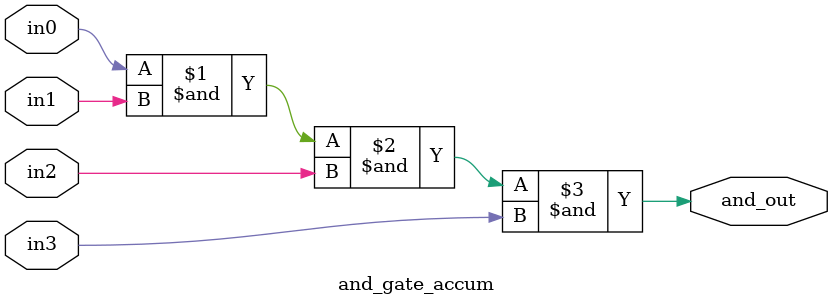
<source format=v>
`timescale 1ns / 1ps


module and_gate_accum(
in0,
in1,
in2,
in3,

and_out
    );
    input in0,in1,in2,in3;
    output and_out;
    
    assign and_out = in0&in1&in2&in3;
endmodule

</source>
